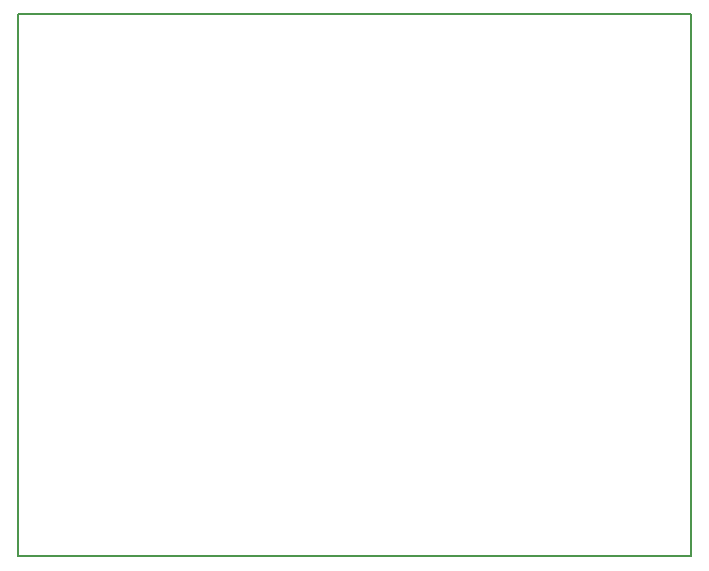
<source format=gbo>
G04 MADE WITH FRITZING*
G04 WWW.FRITZING.ORG*
G04 DOUBLE SIDED*
G04 HOLES PLATED*
G04 CONTOUR ON CENTER OF CONTOUR VECTOR*
%ASAXBY*%
%FSLAX23Y23*%
%MOIN*%
%OFA0B0*%
%SFA1.0B1.0*%
%ADD10R,2.251910X1.814350X2.235910X1.798350*%
%ADD11C,0.008000*%
%LNSILK0*%
G90*
G70*
G54D11*
X4Y1810D02*
X2248Y1810D01*
X2248Y4D01*
X4Y4D01*
X4Y1810D01*
D02*
G04 End of Silk0*
M02*
</source>
